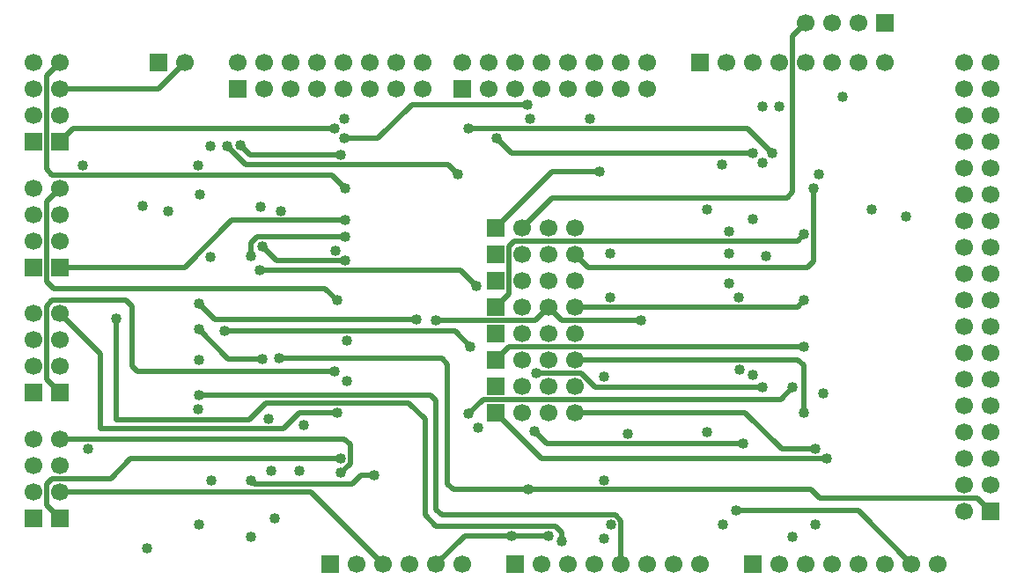
<source format=gbr>
G04 DipTrace 3.3.1.3*
G04 Inner2.gbr*
%MOMM*%
G04 #@! TF.FileFunction,Copper,L3,Inr*
G04 #@! TF.Part,Single*
G04 #@! TA.AperFunction,Conductor*
%ADD14C,0.5*%
G04 #@! TA.AperFunction,ComponentPad*
%ADD21R,1.7X1.7*%
%ADD22C,1.7*%
G04 #@! TA.AperFunction,ViaPad*
%ADD26C,1.016*%
%FSLAX35Y35*%
G04*
G71*
G90*
G75*
G01*
G04 Inner2*
%LPD*%
X1571500Y5826000D2*
D14*
X2524000D1*
X2778000Y6080000D1*
X6270500Y1529700D2*
X5915500D1*
X2910810Y3757200D2*
X3062010Y3606000D1*
X5002810D1*
X2910810Y3513210D2*
X3194720Y3229300D1*
X3521800D1*
X7160250Y3603500D2*
X6397500D1*
X6270500Y3730500D1*
X5915500Y1529700D2*
X5466700D1*
X5191000Y1254000D1*
X6270500Y3730500D2*
X6143500Y3603500D1*
X5188500D1*
X6400100Y1473810D2*
Y1561040D1*
X6338640Y1622500D1*
X5191010D1*
X5083980Y1729533D1*
Y2651810D1*
X4928490Y2807300D1*
X3556090D1*
X3393370Y2644580D1*
X2112000D1*
Y3615610D1*
X6016500Y4492500D2*
X6304710Y4780710D1*
X8564000D1*
X8620000Y4836710D1*
Y6334000D1*
X8747000Y6461000D1*
X4683000Y1254000D2*
X3984500Y1952500D1*
X1571500D1*
X4314800Y4873500D2*
X4187800Y5000500D1*
X1500500D1*
X1444500Y5056500D1*
Y5953000D1*
X1571500Y6080000D1*
X5401800Y5005500D2*
X5309000Y5098300D1*
X3359850D1*
X3179250Y5278900D1*
X10525000Y1762000D2*
X10398000Y1889000D1*
X8878950D1*
X8797850Y1970100D1*
X6074300D1*
X4308450Y5351500D2*
X4630930D1*
X4956730Y5677300D1*
X6068830D1*
X6074300Y1970100D2*
X5357100D1*
X5301100Y2026100D1*
Y3175700D1*
X5245100Y3231700D1*
X3682490D1*
X3308850Y5288550D2*
X3406300Y5191100D1*
X4278000D1*
X4216800Y5445000D2*
X1698500D1*
X1571500Y5318000D1*
X8239000Y5208600D2*
X5915450D1*
X5769300Y5354750D1*
X6136700Y2532510D2*
X6251910Y2417300D1*
X8146190D1*
X5579510Y3926000D2*
X5423210Y4082300D1*
X3494690D1*
X4238550Y3794000D2*
X4125597Y3906953D1*
X1511187D1*
X1444500Y3973640D1*
Y4746500D1*
X1571500Y4873500D1*
X3521800Y4310450D2*
X3657150Y4175100D1*
X4314800D1*
Y4403360D2*
X3469000D1*
X3413000Y4347360D1*
Y4218690D1*
X4314800Y4561000D2*
X3222340D1*
X2772840Y4111500D1*
X1571500D1*
X2910810Y2883300D2*
X5135010D1*
X5191010Y2827300D1*
Y1783800D1*
X5247010Y1727800D1*
X6913000D1*
X6969000Y1671800D1*
Y1254000D1*
X5499490Y5447560D2*
X8185650D1*
X8424610Y5208600D1*
X5521760Y3349500D2*
X5374460Y3496800D1*
X3159000D1*
X4238550Y2714500D2*
X3878290D1*
X3721057Y2557263D1*
X1963200D1*
Y3275300D1*
X1571500Y3667000D1*
X4216800Y3105600D2*
X2321003D1*
X2264997Y3161607D1*
Y3737997D1*
X2208993Y3794000D1*
X1500500D1*
X1444500Y3738000D1*
Y3032000D1*
X1571500Y2905000D1*
X4277877Y2131453D2*
X4365600Y2219177D1*
Y2404500D1*
X4309600Y2460500D1*
X1571500D1*
X4598630Y2110500D2*
X4468000D1*
X4383220Y2025717D1*
X3442703D1*
X3413000Y2055420D1*
X4272800Y2270000D2*
X2252670D1*
X2062170Y2079500D1*
X1500500D1*
X1444500Y2023500D1*
Y1825500D1*
X1571500Y1698500D1*
X8078660Y1767000D2*
X9250000D1*
X9763000Y1254000D1*
X6767100Y5034800D2*
X6304800D1*
X5762500Y4492500D1*
X8821600Y4873500D2*
Y4167500D1*
X8765600Y4111500D1*
X6651500D1*
X6524500Y4238500D1*
X8728800Y3794000D2*
X8665300Y3730500D1*
X6524500D1*
X8728800Y4429000D2*
X8665300Y4365500D1*
X5945500D1*
X5889500Y4309500D1*
Y3857500D1*
X5762500Y3730500D1*
X8620000Y2956800D2*
X8504700Y2841500D1*
X5641990D1*
X5505900Y2705410D1*
X6154670Y3095500D2*
X6582150D1*
X6720850Y2956800D1*
X8331800D1*
X8728800Y2714500D2*
Y3166500D1*
X8672800Y3222500D1*
X6524500D1*
X8728800Y3349500D2*
X5889500D1*
X5762500Y3222500D1*
X8839800Y2362800D2*
X8513100D1*
X8161400Y2714500D1*
X6524500D1*
X8951200Y2270000D2*
X6207000D1*
X5762500Y2714500D1*
D26*
X3521800Y3229300D3*
X7800260Y4669100D3*
X2910810Y3757200D3*
X7953300Y1635000D3*
X3603500Y2149800D3*
X6674300Y5540360D3*
X3505250Y4690600D3*
X4308450Y5537800D3*
X2909430Y1635000D3*
X5915500Y1529700D3*
X2907090Y2744283D3*
X5002810Y3606000D3*
X7800260Y2526520D3*
X6270500Y1529700D3*
X5188500Y3603500D3*
X2910810Y3513210D3*
X7160250Y3603500D3*
X2112000Y3615610D3*
X6400100Y1473810D3*
X7941800Y5098300D3*
X2616800Y4653800D3*
X2918500Y4811800D3*
X2899300Y5093300D3*
X2366510Y4704700D3*
X3179250Y5278900D3*
X5401800Y5005500D3*
X3584107Y2653860D3*
X3698500Y4653800D3*
X6068830Y5677300D3*
X4308450Y5351500D3*
X3682490Y3231700D3*
X6074300Y1970100D3*
X1791300Y5093300D3*
X4314800Y4873500D3*
X4278000Y5191100D3*
X3308850Y5288550D3*
X4216800Y5445000D3*
X3494690Y4082300D3*
X5579510Y3926000D3*
X4238550Y3794000D3*
X4314800Y4175100D3*
X3521800Y4310450D3*
X3413000Y4218690D3*
X4314800Y4403360D3*
Y4561000D3*
X2910810Y2883300D3*
X8424610Y5208600D3*
X5499490Y5447560D3*
X8009300Y4243500D3*
Y3957500D3*
X3159000Y3496800D3*
X5521760Y3349500D3*
X4238550Y2714500D3*
X4333700Y3013950D3*
Y3404000D3*
X4216800Y3105600D3*
X3413000Y1519690D3*
X3640290Y1698500D3*
X1841320Y2362800D3*
X2414630Y1410200D3*
X4277877Y2131453D3*
X3413000Y2055420D3*
X4598630Y2110500D3*
X4272800Y2270000D3*
X8873750Y5005500D3*
X8331810Y5655800D3*
Y5115800D3*
X6767100Y5034800D3*
X8821600Y4873500D3*
X8493000Y5655800D3*
X9382000Y4662600D3*
X9102000Y5748600D3*
X9706010Y4597800D3*
X8366000Y4218690D3*
X6863800Y4243500D3*
Y3823300D3*
X8009300Y4458300D3*
X8102100Y3823300D3*
X8728800Y3794000D3*
Y4429000D3*
X8078660Y1767000D3*
X6807800Y3061300D3*
X5505900Y2705410D3*
X8620000Y2956800D3*
X8914400Y2900000D3*
X8331800Y2956800D3*
X6154670Y3095500D3*
X8728800Y2714500D3*
Y3349500D3*
X6873700Y1635000D3*
X6807800Y1503010D3*
X8620000Y1519690D3*
X6807800Y2062900D3*
X7032500Y2510100D3*
X8839800Y1635000D3*
Y2362800D3*
X8951200Y2270000D3*
X6095300Y5540360D3*
X3017450Y5278900D3*
Y4207900D3*
X3879200Y2149800D3*
X4222000Y4267900D3*
X8239000Y3077600D3*
X2910810Y3217510D3*
X5769300Y5354750D3*
X3032010Y2059690D3*
X8239010Y4576300D3*
X8239000Y5208600D3*
X5598700Y2569310D3*
X3921750Y2596020D3*
X8146190Y2417300D3*
X6136700Y2532510D3*
X8109390Y3129700D3*
D21*
X5953000Y1254000D3*
D22*
X6207000D3*
X6461000D3*
X6715000D3*
X6969000D3*
X7223000D3*
X7477000D3*
X7731000D3*
D21*
X8239000D3*
D22*
X8493000D3*
X8747000D3*
X9001000D3*
X9255000D3*
X9509000D3*
X9763000D3*
X10017000D3*
D21*
X7731000Y6080000D3*
D22*
X7985000D3*
X8239000D3*
X8493000D3*
X8747000D3*
X9001000D3*
X9255000D3*
X9509000D3*
D21*
X10525000Y1762000D3*
D22*
X10271000D3*
X10525000Y2016000D3*
X10271000D3*
X10525000Y2270000D3*
X10271000D3*
X10525000Y2524000D3*
X10271000D3*
X10525000Y2778000D3*
X10271000D3*
X10525000Y3032000D3*
X10271000D3*
X10525000Y3286000D3*
X10271000D3*
X10525000Y3540000D3*
X10271000D3*
X10525000Y3794000D3*
X10271000D3*
X10525000Y4048000D3*
X10271000D3*
X10525000Y4302000D3*
X10271000D3*
X10525000Y4556000D3*
X10271000D3*
X10525000Y4810000D3*
X10271000D3*
X10525000Y5064000D3*
X10271000D3*
X10525000Y5318000D3*
X10271000D3*
X10525000Y5572000D3*
X10271000D3*
X10525000Y5826000D3*
X10271000D3*
X10525000Y6080000D3*
X10271000D3*
D21*
X9509000Y6461000D3*
D22*
X9255000D3*
X9001000D3*
X8747000D3*
D21*
X2524000Y6080000D3*
D22*
X2778000D3*
D21*
X4175000Y1254000D3*
D22*
X4429000D3*
X4683000D3*
X4937000D3*
X5191000D3*
X5445000D3*
D21*
X3286000Y5826000D3*
D22*
Y6080000D3*
X3540000Y5826000D3*
Y6080000D3*
X3794000Y5826000D3*
Y6080000D3*
X4048000Y5826000D3*
Y6080000D3*
X4302000Y5826000D3*
Y6080000D3*
X4556000Y5826000D3*
Y6080000D3*
X4810000Y5826000D3*
Y6080000D3*
X5064000Y5826000D3*
Y6080000D3*
D21*
X5445000Y5826000D3*
D22*
Y6080000D3*
X5699000Y5826000D3*
Y6080000D3*
X5953000Y5826000D3*
Y6080000D3*
X6207000Y5826000D3*
Y6080000D3*
X6461000Y5826000D3*
Y6080000D3*
X6715000Y5826000D3*
Y6080000D3*
X6969000Y5826000D3*
Y6080000D3*
X7223000Y5826000D3*
Y6080000D3*
D21*
X1317500Y5318000D3*
D22*
Y5572000D3*
Y5826000D3*
Y6080000D3*
D21*
X1571500Y5318000D3*
D22*
Y5572000D3*
Y5826000D3*
Y6080000D3*
D21*
X1317500Y4111500D3*
D22*
Y4365500D3*
Y4619500D3*
Y4873500D3*
D21*
X1571500Y4111500D3*
D22*
Y4365500D3*
Y4619500D3*
Y4873500D3*
D21*
X1317500Y2905000D3*
D22*
Y3159000D3*
Y3413000D3*
Y3667000D3*
D21*
X1571500Y2905000D3*
D22*
Y3159000D3*
Y3413000D3*
Y3667000D3*
D21*
X1317500Y1698500D3*
D22*
Y1952500D3*
Y2206500D3*
Y2460500D3*
D21*
X1571500Y1698500D3*
D22*
Y1952500D3*
Y2206500D3*
Y2460500D3*
D21*
X5762500Y4492500D3*
D22*
X6016500D3*
X6270500D3*
X6524500D3*
D21*
X5762500Y4238500D3*
D22*
X6016500D3*
X6270500D3*
X6524500D3*
D21*
X5762500Y3984500D3*
D22*
X6016500D3*
X6270500D3*
X6524500D3*
D21*
X5762500Y3730500D3*
D22*
X6016500D3*
X6270500D3*
X6524500D3*
D21*
X5762500Y3476500D3*
D22*
X6016500D3*
X6270500D3*
X6524500D3*
D21*
X5762500Y3222500D3*
D22*
X6016500D3*
X6270500D3*
X6524500D3*
D21*
X5762500Y2968500D3*
D22*
X6016500D3*
X6270500D3*
X6524500D3*
D21*
X5762500Y2714500D3*
D22*
X6016500D3*
X6270500D3*
X6524500D3*
M02*

</source>
